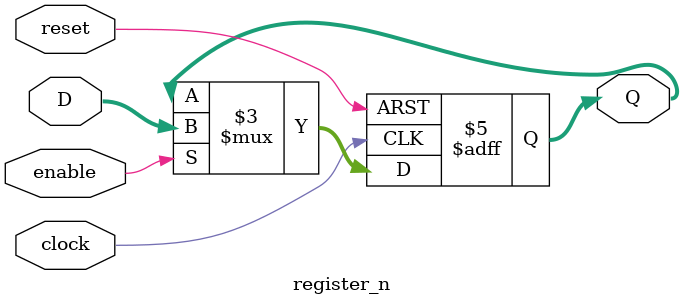
<source format=v>
module register_n
  #(parameter WIDTH = 8)
   (reset,clock,enable,D,Q);

   input reset;
   input clock;
   input enable;
   input [WIDTH-1:0] D;
   output reg [WIDTH-1:0] Q;
   
always @(posedge(clock), posedge(reset))
begin
  if (reset)
    Q <= 0;
  else if (enable)
    Q <= D;
  else
    Q <= Q;
end

endmodule

</source>
